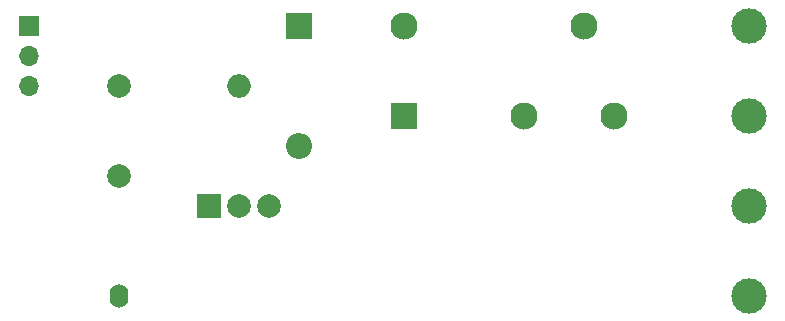
<source format=gbr>
%TF.GenerationSoftware,KiCad,Pcbnew,7.0.10*%
%TF.CreationDate,2025-06-10T16:40:00+09:00*%
%TF.ProjectId,Relay_Switch,52656c61-795f-4537-9769-7463682e6b69,rev?*%
%TF.SameCoordinates,Original*%
%TF.FileFunction,Soldermask,Top*%
%TF.FilePolarity,Negative*%
%FSLAX46Y46*%
G04 Gerber Fmt 4.6, Leading zero omitted, Abs format (unit mm)*
G04 Created by KiCad (PCBNEW 7.0.10) date 2025-06-10 16:40:00*
%MOMM*%
%LPD*%
G01*
G04 APERTURE LIST*
%ADD10R,2.000000X2.000000*%
%ADD11C,2.000000*%
%ADD12R,2.300000X2.300000*%
%ADD13C,2.300000*%
%ADD14O,2.000000X2.000000*%
%ADD15R,2.200000X2.200000*%
%ADD16O,2.200000X2.200000*%
%ADD17C,3.000000*%
%ADD18O,1.600000X2.000000*%
%ADD19R,1.700000X1.700000*%
%ADD20O,1.700000X1.700000*%
G04 APERTURE END LIST*
D10*
%TO.C,Q1*%
X134620000Y-116840000D03*
D11*
X137160000Y-116840000D03*
X139700000Y-116840000D03*
%TD*%
D12*
%TO.C,K1*%
X151145000Y-109220000D03*
D13*
X161305000Y-109220000D03*
X168925000Y-109220000D03*
X166385000Y-101600000D03*
X151145000Y-101600000D03*
%TD*%
D11*
%TO.C,R1*%
X127000000Y-106680000D03*
D14*
X137160000Y-106680000D03*
%TD*%
D15*
%TO.C,D2*%
X142240000Y-101600000D03*
D16*
X142240000Y-111760000D03*
%TD*%
D17*
%TO.C,J4*%
X180340000Y-101600000D03*
X180340000Y-109220000D03*
X180340000Y-116840000D03*
X180340000Y-124460000D03*
%TD*%
D11*
%TO.C,R2*%
X127000000Y-114300000D03*
D18*
X127000000Y-124460000D03*
%TD*%
D19*
%TO.C,J1*%
X119380000Y-101600000D03*
D20*
X119380000Y-104140000D03*
X119380000Y-106680000D03*
%TD*%
M02*

</source>
